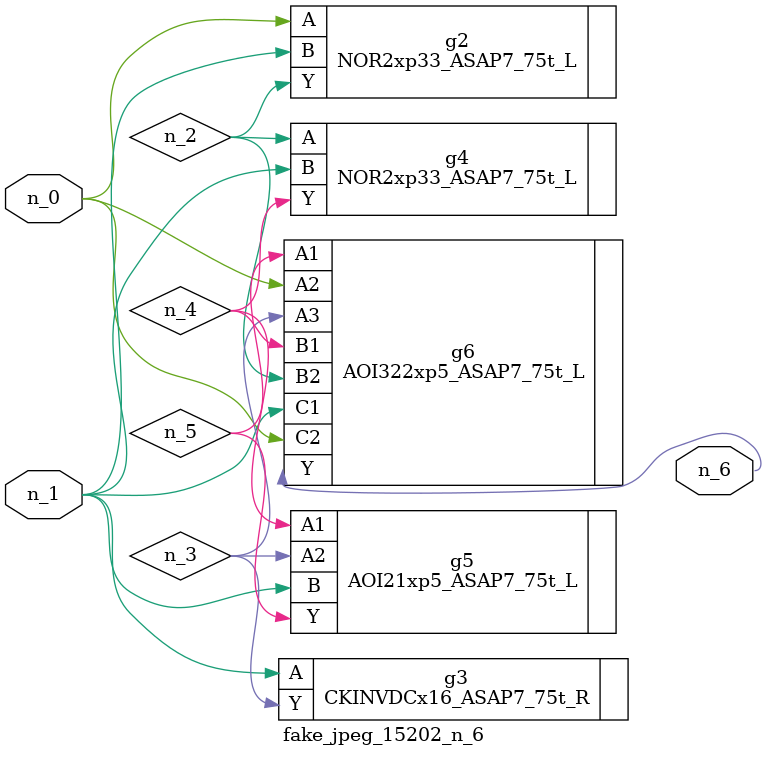
<source format=v>
module fake_jpeg_15202_n_6 (n_0, n_1, n_6);

input n_0;
input n_1;

output n_6;

wire n_3;
wire n_2;
wire n_4;
wire n_5;

NOR2xp33_ASAP7_75t_L g2 ( 
.A(n_0),
.B(n_1),
.Y(n_2)
);

CKINVDCx16_ASAP7_75t_R g3 ( 
.A(n_1),
.Y(n_3)
);

NOR2xp33_ASAP7_75t_L g4 ( 
.A(n_2),
.B(n_1),
.Y(n_4)
);

AOI21xp5_ASAP7_75t_L g5 ( 
.A1(n_4),
.A2(n_3),
.B(n_1),
.Y(n_5)
);

AOI322xp5_ASAP7_75t_L g6 ( 
.A1(n_5),
.A2(n_0),
.A3(n_3),
.B1(n_4),
.B2(n_2),
.C1(n_1),
.C2(n_0),
.Y(n_6)
);


endmodule
</source>
